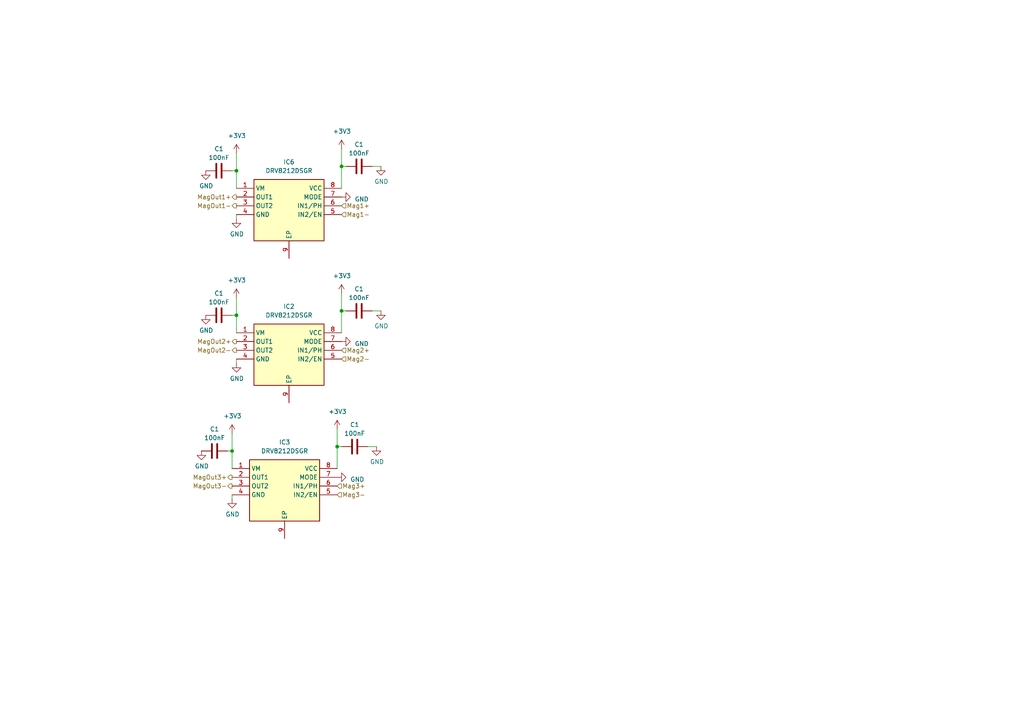
<source format=kicad_sch>
(kicad_sch (version 20230121) (generator eeschema)

  (uuid 62959177-0829-4415-a73e-f69481d7a17e)

  (paper "A4")

  (lib_symbols
    (symbol "DRV8212DSGR:DRV8212DSGR" (in_bom yes) (on_board yes)
      (property "Reference" "IC" (at 26.67 7.62 0)
        (effects (font (size 1.27 1.27)) (justify left top))
      )
      (property "Value" "DRV8212DSGR" (at 26.67 5.08 0)
        (effects (font (size 1.27 1.27)) (justify left top))
      )
      (property "Footprint" "SON50P200X200X80-9N" (at 26.67 -94.92 0)
        (effects (font (size 1.27 1.27)) (justify left top) hide)
      )
      (property "Datasheet" "https://www.ti.com/lit/ds/symlink/drv8212.pdf?ts=1649239749819&ref_url=https%253A%252F%252Fwww.google.com%252F" (at 26.67 -194.92 0)
        (effects (font (size 1.27 1.27)) (justify left top) hide)
      )
      (property "Height" "0.8" (at 26.67 -394.92 0)
        (effects (font (size 1.27 1.27)) (justify left top) hide)
      )
      (property "Mouser Part Number" "595-DRV8212DSGR" (at 26.67 -494.92 0)
        (effects (font (size 1.27 1.27)) (justify left top) hide)
      )
      (property "Mouser Price/Stock" "https://www.mouser.co.uk/ProductDetail/Texas-Instruments/DRV8212DSGR?qs=QNEnbhJQKvYBJvBIzhVqZw%3D%3D" (at 26.67 -594.92 0)
        (effects (font (size 1.27 1.27)) (justify left top) hide)
      )
      (property "Manufacturer_Name" "Texas Instruments" (at 26.67 -694.92 0)
        (effects (font (size 1.27 1.27)) (justify left top) hide)
      )
      (property "Manufacturer_Part_Number" "DRV8212DSGR" (at 26.67 -794.92 0)
        (effects (font (size 1.27 1.27)) (justify left top) hide)
      )
      (property "ki_description" "Motor/Motion/Ignition Controllers & Drivers 12-V, 2-A Low voltag e H-bridge motor dr" (at 0 0 0)
        (effects (font (size 1.27 1.27)) hide)
      )
      (symbol "DRV8212DSGR_1_1"
        (rectangle (start 5.08 2.54) (end 25.4 -15.24)
          (stroke (width 0.254) (type default))
          (fill (type background))
        )
        (pin passive line (at 0 0 0) (length 5.08)
          (name "VM" (effects (font (size 1.27 1.27))))
          (number "1" (effects (font (size 1.27 1.27))))
        )
        (pin passive line (at 0 -2.54 0) (length 5.08)
          (name "OUT1" (effects (font (size 1.27 1.27))))
          (number "2" (effects (font (size 1.27 1.27))))
        )
        (pin passive line (at 0 -5.08 0) (length 5.08)
          (name "OUT2" (effects (font (size 1.27 1.27))))
          (number "3" (effects (font (size 1.27 1.27))))
        )
        (pin passive line (at 0 -7.62 0) (length 5.08)
          (name "GND" (effects (font (size 1.27 1.27))))
          (number "4" (effects (font (size 1.27 1.27))))
        )
        (pin passive line (at 30.48 -7.62 180) (length 5.08)
          (name "IN2/EN" (effects (font (size 1.27 1.27))))
          (number "5" (effects (font (size 1.27 1.27))))
        )
        (pin passive line (at 30.48 -5.08 180) (length 5.08)
          (name "IN1/PH" (effects (font (size 1.27 1.27))))
          (number "6" (effects (font (size 1.27 1.27))))
        )
        (pin passive line (at 30.48 -2.54 180) (length 5.08)
          (name "MODE" (effects (font (size 1.27 1.27))))
          (number "7" (effects (font (size 1.27 1.27))))
        )
        (pin passive line (at 30.48 0 180) (length 5.08)
          (name "VCC" (effects (font (size 1.27 1.27))))
          (number "8" (effects (font (size 1.27 1.27))))
        )
        (pin passive line (at 15.24 -20.32 90) (length 5.08)
          (name "EP" (effects (font (size 1.27 1.27))))
          (number "9" (effects (font (size 1.27 1.27))))
        )
      )
    )
    (symbol "Device:C" (pin_numbers hide) (pin_names (offset 0.254)) (in_bom yes) (on_board yes)
      (property "Reference" "C" (at 0.635 2.54 0)
        (effects (font (size 1.27 1.27)) (justify left))
      )
      (property "Value" "C" (at 0.635 -2.54 0)
        (effects (font (size 1.27 1.27)) (justify left))
      )
      (property "Footprint" "" (at 0.9652 -3.81 0)
        (effects (font (size 1.27 1.27)) hide)
      )
      (property "Datasheet" "~" (at 0 0 0)
        (effects (font (size 1.27 1.27)) hide)
      )
      (property "ki_keywords" "cap capacitor" (at 0 0 0)
        (effects (font (size 1.27 1.27)) hide)
      )
      (property "ki_description" "Unpolarized capacitor" (at 0 0 0)
        (effects (font (size 1.27 1.27)) hide)
      )
      (property "ki_fp_filters" "C_*" (at 0 0 0)
        (effects (font (size 1.27 1.27)) hide)
      )
      (symbol "C_0_1"
        (polyline
          (pts
            (xy -2.032 -0.762)
            (xy 2.032 -0.762)
          )
          (stroke (width 0.508) (type default))
          (fill (type none))
        )
        (polyline
          (pts
            (xy -2.032 0.762)
            (xy 2.032 0.762)
          )
          (stroke (width 0.508) (type default))
          (fill (type none))
        )
      )
      (symbol "C_1_1"
        (pin passive line (at 0 3.81 270) (length 2.794)
          (name "~" (effects (font (size 1.27 1.27))))
          (number "1" (effects (font (size 1.27 1.27))))
        )
        (pin passive line (at 0 -3.81 90) (length 2.794)
          (name "~" (effects (font (size 1.27 1.27))))
          (number "2" (effects (font (size 1.27 1.27))))
        )
      )
    )
    (symbol "power:+3.3V" (power) (pin_names (offset 0)) (in_bom yes) (on_board yes)
      (property "Reference" "#PWR" (at 0 -3.81 0)
        (effects (font (size 1.27 1.27)) hide)
      )
      (property "Value" "+3.3V" (at 0 3.556 0)
        (effects (font (size 1.27 1.27)))
      )
      (property "Footprint" "" (at 0 0 0)
        (effects (font (size 1.27 1.27)) hide)
      )
      (property "Datasheet" "" (at 0 0 0)
        (effects (font (size 1.27 1.27)) hide)
      )
      (property "ki_keywords" "power-flag" (at 0 0 0)
        (effects (font (size 1.27 1.27)) hide)
      )
      (property "ki_description" "Power symbol creates a global label with name \"+3.3V\"" (at 0 0 0)
        (effects (font (size 1.27 1.27)) hide)
      )
      (symbol "+3.3V_0_1"
        (polyline
          (pts
            (xy -0.762 1.27)
            (xy 0 2.54)
          )
          (stroke (width 0) (type default))
          (fill (type none))
        )
        (polyline
          (pts
            (xy 0 0)
            (xy 0 2.54)
          )
          (stroke (width 0) (type default))
          (fill (type none))
        )
        (polyline
          (pts
            (xy 0 2.54)
            (xy 0.762 1.27)
          )
          (stroke (width 0) (type default))
          (fill (type none))
        )
      )
      (symbol "+3.3V_1_1"
        (pin power_in line (at 0 0 90) (length 0) hide
          (name "+3V3" (effects (font (size 1.27 1.27))))
          (number "1" (effects (font (size 1.27 1.27))))
        )
      )
    )
    (symbol "power:GND" (power) (pin_names (offset 0)) (in_bom yes) (on_board yes)
      (property "Reference" "#PWR" (at 0 -6.35 0)
        (effects (font (size 1.27 1.27)) hide)
      )
      (property "Value" "GND" (at 0 -3.81 0)
        (effects (font (size 1.27 1.27)))
      )
      (property "Footprint" "" (at 0 0 0)
        (effects (font (size 1.27 1.27)) hide)
      )
      (property "Datasheet" "" (at 0 0 0)
        (effects (font (size 1.27 1.27)) hide)
      )
      (property "ki_keywords" "power-flag" (at 0 0 0)
        (effects (font (size 1.27 1.27)) hide)
      )
      (property "ki_description" "Power symbol creates a global label with name \"GND\" , ground" (at 0 0 0)
        (effects (font (size 1.27 1.27)) hide)
      )
      (symbol "GND_0_1"
        (polyline
          (pts
            (xy 0 0)
            (xy 0 -1.27)
            (xy 1.27 -1.27)
            (xy 0 -2.54)
            (xy -1.27 -1.27)
            (xy 0 -1.27)
          )
          (stroke (width 0) (type default))
          (fill (type none))
        )
      )
      (symbol "GND_1_1"
        (pin power_in line (at 0 0 270) (length 0) hide
          (name "GND" (effects (font (size 1.27 1.27))))
          (number "1" (effects (font (size 1.27 1.27))))
        )
      )
    )
  )

  (junction (at 68.58 91.44) (diameter 0) (color 0 0 0 0)
    (uuid 28955874-da2d-410c-9897-8c035cbd8543)
  )
  (junction (at 67.31 130.81) (diameter 0) (color 0 0 0 0)
    (uuid 81835f98-ced0-4033-b297-bd1be85b017a)
  )
  (junction (at 68.58 49.53) (diameter 0) (color 0 0 0 0)
    (uuid c60f7549-344d-470e-a49c-7d53c4259f5d)
  )
  (junction (at 99.06 48.26) (diameter 0) (color 0 0 0 0)
    (uuid caf5f59b-e8e9-40c9-b28d-af6b1ce46907)
  )
  (junction (at 99.06 90.17) (diameter 0) (color 0 0 0 0)
    (uuid dd1f237e-2636-480f-93ee-c3bcef88d0c9)
  )
  (junction (at 97.79 129.54) (diameter 0) (color 0 0 0 0)
    (uuid f1300cbc-de12-4cdc-9742-d31d5aa7cccb)
  )

  (wire (pts (xy 99.06 90.17) (xy 100.33 90.17))
    (stroke (width 0) (type default))
    (uuid 05cb344c-6c22-47f2-bab8-d42cdf8c8da0)
  )
  (wire (pts (xy 97.79 129.54) (xy 99.06 129.54))
    (stroke (width 0) (type default))
    (uuid 143b46ef-3b83-4854-a58f-481b3f9d5055)
  )
  (wire (pts (xy 67.31 91.44) (xy 68.58 91.44))
    (stroke (width 0) (type default))
    (uuid 1d5f6076-d68d-4e42-9385-6c1740f62841)
  )
  (wire (pts (xy 67.31 49.53) (xy 68.58 49.53))
    (stroke (width 0) (type default))
    (uuid 1fff7988-1d1b-49af-bd0a-fbc275c42ab9)
  )
  (wire (pts (xy 67.31 125.73) (xy 67.31 130.81))
    (stroke (width 0) (type default))
    (uuid 206af80b-3362-460a-8ae7-424d6a18139c)
  )
  (wire (pts (xy 97.79 129.54) (xy 97.79 135.89))
    (stroke (width 0) (type default))
    (uuid 26bc4081-58c7-4562-92da-d730c0a7ed3e)
  )
  (wire (pts (xy 107.95 90.17) (xy 110.49 90.17))
    (stroke (width 0) (type default))
    (uuid 2c877ddc-db32-4d3a-bef0-e53a769e9d75)
  )
  (wire (pts (xy 107.95 48.26) (xy 110.49 48.26))
    (stroke (width 0) (type default))
    (uuid 2cc49f67-9d84-4955-96c9-4fe0065bce6b)
  )
  (wire (pts (xy 67.31 144.78) (xy 67.31 143.51))
    (stroke (width 0) (type default))
    (uuid 4002237f-f845-4367-aeef-8f93799e01c2)
  )
  (wire (pts (xy 106.68 129.54) (xy 109.22 129.54))
    (stroke (width 0) (type default))
    (uuid 5994afa4-ca3b-45de-b839-d462785231cf)
  )
  (wire (pts (xy 68.58 91.44) (xy 68.58 96.52))
    (stroke (width 0) (type default))
    (uuid 6b897b90-68f2-4fe3-aad2-a6be40c2c794)
  )
  (wire (pts (xy 68.58 49.53) (xy 68.58 54.61))
    (stroke (width 0) (type default))
    (uuid 7dc4a208-6e27-4a9d-b512-5933c1951f82)
  )
  (wire (pts (xy 68.58 63.5) (xy 68.58 62.23))
    (stroke (width 0) (type default))
    (uuid 7f3bbc4a-11a2-4883-99de-b15f645ddd1c)
  )
  (wire (pts (xy 66.04 130.81) (xy 67.31 130.81))
    (stroke (width 0) (type default))
    (uuid 8550e3aa-e446-4836-83de-c438520d8e52)
  )
  (wire (pts (xy 99.06 43.18) (xy 99.06 48.26))
    (stroke (width 0) (type default))
    (uuid 8c837270-46e0-4194-aff1-0e2ce33e4f65)
  )
  (wire (pts (xy 68.58 86.36) (xy 68.58 91.44))
    (stroke (width 0) (type default))
    (uuid 98c8e3f2-8f3b-468e-b812-0d43f2efd0aa)
  )
  (wire (pts (xy 67.31 130.81) (xy 67.31 135.89))
    (stroke (width 0) (type default))
    (uuid 9d26f77e-c722-45f1-bb03-907990b4a416)
  )
  (wire (pts (xy 68.58 44.45) (xy 68.58 49.53))
    (stroke (width 0) (type default))
    (uuid afc9bcde-d084-47d3-938d-ff5e987cfcea)
  )
  (wire (pts (xy 97.79 124.46) (xy 97.79 129.54))
    (stroke (width 0) (type default))
    (uuid b8af7931-a36a-4c8a-9c4c-15eee60f4748)
  )
  (wire (pts (xy 68.58 105.41) (xy 68.58 104.14))
    (stroke (width 0) (type default))
    (uuid d0291683-ee38-4260-aade-6220c5956bdb)
  )
  (wire (pts (xy 99.06 48.26) (xy 99.06 54.61))
    (stroke (width 0) (type default))
    (uuid d1b78dd1-b9d0-432c-9cf2-2207d28ca7b5)
  )
  (wire (pts (xy 99.06 90.17) (xy 99.06 96.52))
    (stroke (width 0) (type default))
    (uuid d2ef47ca-9e69-4b2e-8d64-3df50521da40)
  )
  (wire (pts (xy 99.06 85.09) (xy 99.06 90.17))
    (stroke (width 0) (type default))
    (uuid d3f8f837-bec4-4014-99f3-d72bee96ba90)
  )
  (wire (pts (xy 99.06 48.26) (xy 100.33 48.26))
    (stroke (width 0) (type default))
    (uuid fef02f99-c771-408c-84bb-e7acf63017f5)
  )

  (hierarchical_label "MagOut1+" (shape output) (at 68.58 57.15 180) (fields_autoplaced)
    (effects (font (size 1.27 1.27)) (justify right))
    (uuid 02465a58-c67c-49a7-bea7-2facc31e945e)
  )
  (hierarchical_label "Mag3-" (shape input) (at 97.79 143.51 0) (fields_autoplaced)
    (effects (font (size 1.27 1.27)) (justify left))
    (uuid 3afb7876-89b8-4940-8888-5a436f7dae14)
  )
  (hierarchical_label "Mag1+" (shape input) (at 99.06 59.69 0) (fields_autoplaced)
    (effects (font (size 1.27 1.27)) (justify left))
    (uuid 5e210ab4-5b9e-4e48-a486-e150921d20f6)
  )
  (hierarchical_label "MagOut2+" (shape output) (at 68.58 99.06 180) (fields_autoplaced)
    (effects (font (size 1.27 1.27)) (justify right))
    (uuid 78ad9cdd-4ed0-4ff3-b637-4350933ae49a)
  )
  (hierarchical_label "Mag1-" (shape input) (at 99.06 62.23 0) (fields_autoplaced)
    (effects (font (size 1.27 1.27)) (justify left))
    (uuid 8c305d16-6e31-4ff0-a37b-6f4a99363720)
  )
  (hierarchical_label "MagOut3-" (shape output) (at 67.31 140.97 180) (fields_autoplaced)
    (effects (font (size 1.27 1.27)) (justify right))
    (uuid 9bf7f864-0b29-40ce-adbe-7af8c6b7c3cd)
  )
  (hierarchical_label "MagOut2-" (shape output) (at 68.58 101.6 180) (fields_autoplaced)
    (effects (font (size 1.27 1.27)) (justify right))
    (uuid a0b8c9c3-799d-4409-978e-0f90c4937669)
  )
  (hierarchical_label "Mag3+" (shape input) (at 97.79 140.97 0) (fields_autoplaced)
    (effects (font (size 1.27 1.27)) (justify left))
    (uuid bdbc55ee-fcbf-4c43-92e7-58b903271f19)
  )
  (hierarchical_label "MagOut3+" (shape output) (at 67.31 138.43 180) (fields_autoplaced)
    (effects (font (size 1.27 1.27)) (justify right))
    (uuid d71924ca-34db-4f9e-9b3d-3b89b5d6f6e8)
  )
  (hierarchical_label "Mag2+" (shape input) (at 99.06 101.6 0) (fields_autoplaced)
    (effects (font (size 1.27 1.27)) (justify left))
    (uuid d9714d3b-ead2-4f11-815d-c814737df774)
  )
  (hierarchical_label "MagOut1-" (shape output) (at 68.58 59.69 180) (fields_autoplaced)
    (effects (font (size 1.27 1.27)) (justify right))
    (uuid d9c2a486-a732-41fe-92d8-f06c90921a5a)
  )
  (hierarchical_label "Mag2-" (shape input) (at 99.06 104.14 0) (fields_autoplaced)
    (effects (font (size 1.27 1.27)) (justify left))
    (uuid e17ef6e9-96ae-4de9-bc26-bcf6220d0789)
  )

  (symbol (lib_id "power:+3.3V") (at 68.58 86.36 0) (unit 1)
    (in_bom yes) (on_board yes) (dnp no)
    (uuid 073f916c-a9e9-4573-b411-fc252000f981)
    (property "Reference" "#PWR023" (at 68.58 90.17 0)
      (effects (font (size 1.27 1.27)) hide)
    )
    (property "Value" "+3.3V" (at 66.04 81.28 0)
      (effects (font (size 1.27 1.27)) (justify left))
    )
    (property "Footprint" "" (at 68.58 86.36 0)
      (effects (font (size 1.27 1.27)) hide)
    )
    (property "Datasheet" "" (at 68.58 86.36 0)
      (effects (font (size 1.27 1.27)) hide)
    )
    (pin "1" (uuid 273db021-2ceb-41f5-8a66-235ed3890e21))
    (instances
      (project "NEW_PCB_ADCS"
        (path "/42c40d7d-71af-4ce9-bac9-d638f259c957"
          (reference "#PWR023") (unit 1)
        )
        (path "/42c40d7d-71af-4ce9-bac9-d638f259c957/2b7bfac4-b78d-4444-8160-12b42cf2429b"
          (reference "#PWR016") (unit 1)
        )
      )
      (project "pq9ish-main-hw"
        (path "/619b49ed-1bcd-4c84-8c0f-98372f01728f"
          (reference "#PWR023") (unit 1)
        )
      )
    )
  )

  (symbol (lib_id "Device:C") (at 102.87 129.54 90) (unit 1)
    (in_bom yes) (on_board yes) (dnp no) (fields_autoplaced)
    (uuid 10ffa2cf-6c56-4aec-babe-d72178974055)
    (property "Reference" "C1" (at 102.87 123.19 90)
      (effects (font (size 1.27 1.27)))
    )
    (property "Value" "100nF" (at 102.87 125.73 90)
      (effects (font (size 1.27 1.27)))
    )
    (property "Footprint" "Capacitor_SMD:C_0603_1608Metric" (at 106.68 128.5748 0)
      (effects (font (size 1.27 1.27)) hide)
    )
    (property "Datasheet" "~" (at 102.87 129.54 0)
      (effects (font (size 1.27 1.27)) hide)
    )
    (property "Part Number" "C0603C104K9RACTU" (at 102.87 129.54 0)
      (effects (font (size 1.27 1.27)) hide)
    )
    (pin "1" (uuid 38b0cd49-557b-445e-a2c8-3cbab53fab56))
    (pin "2" (uuid b55c3bca-cb16-4b52-b5ed-6c69d23875fb))
    (instances
      (project "NEW_PCB_ADCS"
        (path "/42c40d7d-71af-4ce9-bac9-d638f259c957/00000000-0000-0000-0000-00005a285dd1"
          (reference "C1") (unit 1)
        )
        (path "/42c40d7d-71af-4ce9-bac9-d638f259c957/2b7bfac4-b78d-4444-8160-12b42cf2429b"
          (reference "C17") (unit 1)
        )
      )
      (project "pq9ish-main-hw2"
        (path "/619b49ed-1bcd-4c84-8c0f-98372f01728f/00000000-0000-0000-0000-00005a285dd1"
          (reference "C42") (unit 1)
        )
      )
    )
  )

  (symbol (lib_id "power:GND") (at 58.42 130.81 0) (unit 1)
    (in_bom yes) (on_board yes) (dnp no)
    (uuid 29edfb0d-7eaf-4d09-84cc-27d668cb456b)
    (property "Reference" "#PWR061" (at 58.42 137.16 0)
      (effects (font (size 1.27 1.27)) hide)
    )
    (property "Value" "GND" (at 58.547 135.2042 0)
      (effects (font (size 1.27 1.27)))
    )
    (property "Footprint" "" (at 58.42 130.81 0)
      (effects (font (size 1.27 1.27)) hide)
    )
    (property "Datasheet" "" (at 58.42 130.81 0)
      (effects (font (size 1.27 1.27)) hide)
    )
    (pin "1" (uuid f0107730-3841-4744-91d8-1efeea65945d))
    (instances
      (project "NEW_PCB_ADCS"
        (path "/42c40d7d-71af-4ce9-bac9-d638f259c957"
          (reference "#PWR061") (unit 1)
        )
        (path "/42c40d7d-71af-4ce9-bac9-d638f259c957/2b7bfac4-b78d-4444-8160-12b42cf2429b"
          (reference "#PWR022") (unit 1)
        )
      )
      (project "pq9ish-main-hw"
        (path "/619b49ed-1bcd-4c84-8c0f-98372f01728f"
          (reference "#PWR061") (unit 1)
        )
      )
    )
  )

  (symbol (lib_id "DRV8212DSGR:DRV8212DSGR") (at 68.58 96.52 0) (unit 1)
    (in_bom yes) (on_board yes) (dnp no) (fields_autoplaced)
    (uuid 348ab585-e633-4d8d-94b4-1a34d747ea37)
    (property "Reference" "IC2" (at 83.82 88.9 0)
      (effects (font (size 1.27 1.27)))
    )
    (property "Value" "DRV8212DSGR" (at 83.82 91.44 0)
      (effects (font (size 1.27 1.27)))
    )
    (property "Footprint" "SON50P200X200X80-9N" (at 95.25 191.44 0)
      (effects (font (size 1.27 1.27)) (justify left top) hide)
    )
    (property "Datasheet" "https://www.ti.com/lit/ds/symlink/drv8212.pdf?ts=1649239749819&ref_url=https%253A%252F%252Fwww.google.com%252F" (at 95.25 291.44 0)
      (effects (font (size 1.27 1.27)) (justify left top) hide)
    )
    (property "Height" "0.8" (at 95.25 491.44 0)
      (effects (font (size 1.27 1.27)) (justify left top) hide)
    )
    (property "Mouser Part Number" "595-DRV8212DSGR" (at 95.25 591.44 0)
      (effects (font (size 1.27 1.27)) (justify left top) hide)
    )
    (property "Mouser Price/Stock" "https://www.mouser.co.uk/ProductDetail/Texas-Instruments/DRV8212DSGR?qs=QNEnbhJQKvYBJvBIzhVqZw%3D%3D" (at 95.25 691.44 0)
      (effects (font (size 1.27 1.27)) (justify left top) hide)
    )
    (property "Manufacturer_Name" "Texas Instruments" (at 95.25 791.44 0)
      (effects (font (size 1.27 1.27)) (justify left top) hide)
    )
    (property "Manufacturer_Part_Number" "DRV8212DSGR" (at 95.25 891.44 0)
      (effects (font (size 1.27 1.27)) (justify left top) hide)
    )
    (pin "1" (uuid 029d8be8-0d68-40fe-9382-5fca14bf59d5))
    (pin "2" (uuid 882be16e-a3da-4479-bcc4-ce875721bff8))
    (pin "3" (uuid c02a0770-2ba7-4175-aba3-016730007c36))
    (pin "4" (uuid aa570439-16d3-46f1-8790-faf08f700c38))
    (pin "5" (uuid f327a189-b6c4-493a-b5bd-d0fa42475c68))
    (pin "6" (uuid 96e168c6-5d4b-4bcc-98cc-d6889d6700bb))
    (pin "7" (uuid eaaa618a-cded-41e4-ba49-f981fd178347))
    (pin "8" (uuid cf90da4c-c2a9-4874-bde9-38297f646162))
    (pin "9" (uuid a33d0bfa-88f4-4be4-8a2c-7e3a834b10ba))
    (instances
      (project "NEW_PCB_ADCS"
        (path "/42c40d7d-71af-4ce9-bac9-d638f259c957/2b7bfac4-b78d-4444-8160-12b42cf2429b"
          (reference "IC2") (unit 1)
        )
      )
      (project "pq9ish-main-hw"
        (path "/619b49ed-1bcd-4c84-8c0f-98372f01728f"
          (reference "IC6") (unit 1)
        )
        (path "/619b49ed-1bcd-4c84-8c0f-98372f01728f/2b7bfac4-b78d-4444-8160-12b42cf2429b"
          (reference "IC6") (unit 1)
        )
      )
    )
  )

  (symbol (lib_id "power:GND") (at 109.22 129.54 0) (unit 1)
    (in_bom yes) (on_board yes) (dnp no)
    (uuid 35818c79-78cf-4432-a1e9-87bd9f41d94b)
    (property "Reference" "#PWR061" (at 109.22 135.89 0)
      (effects (font (size 1.27 1.27)) hide)
    )
    (property "Value" "GND" (at 109.347 133.9342 0)
      (effects (font (size 1.27 1.27)))
    )
    (property "Footprint" "" (at 109.22 129.54 0)
      (effects (font (size 1.27 1.27)) hide)
    )
    (property "Datasheet" "" (at 109.22 129.54 0)
      (effects (font (size 1.27 1.27)) hide)
    )
    (pin "1" (uuid 584fd29e-b560-499c-b43b-b81138274539))
    (instances
      (project "NEW_PCB_ADCS"
        (path "/42c40d7d-71af-4ce9-bac9-d638f259c957"
          (reference "#PWR061") (unit 1)
        )
        (path "/42c40d7d-71af-4ce9-bac9-d638f259c957/2b7bfac4-b78d-4444-8160-12b42cf2429b"
          (reference "#PWR052") (unit 1)
        )
      )
      (project "pq9ish-main-hw"
        (path "/619b49ed-1bcd-4c84-8c0f-98372f01728f"
          (reference "#PWR061") (unit 1)
        )
      )
    )
  )

  (symbol (lib_id "power:GND") (at 97.79 138.43 90) (unit 1)
    (in_bom yes) (on_board yes) (dnp no) (fields_autoplaced)
    (uuid 4e2a526a-ca73-4c92-a44a-a99ef1016a72)
    (property "Reference" "#PWR061" (at 104.14 138.43 0)
      (effects (font (size 1.27 1.27)) hide)
    )
    (property "Value" "GND" (at 101.6 139.065 90)
      (effects (font (size 1.27 1.27)) (justify right))
    )
    (property "Footprint" "" (at 97.79 138.43 0)
      (effects (font (size 1.27 1.27)) hide)
    )
    (property "Datasheet" "" (at 97.79 138.43 0)
      (effects (font (size 1.27 1.27)) hide)
    )
    (pin "1" (uuid 9324a97e-0c10-4f56-898b-d8f56119de18))
    (instances
      (project "NEW_PCB_ADCS"
        (path "/42c40d7d-71af-4ce9-bac9-d638f259c957"
          (reference "#PWR061") (unit 1)
        )
        (path "/42c40d7d-71af-4ce9-bac9-d638f259c957/2b7bfac4-b78d-4444-8160-12b42cf2429b"
          (reference "#PWR026") (unit 1)
        )
      )
      (project "pq9ish-main-hw"
        (path "/619b49ed-1bcd-4c84-8c0f-98372f01728f"
          (reference "#PWR061") (unit 1)
        )
      )
    )
  )

  (symbol (lib_id "power:GND") (at 67.31 144.78 0) (unit 1)
    (in_bom yes) (on_board yes) (dnp no)
    (uuid 602583e2-e2c6-4795-aec9-0464869fc448)
    (property "Reference" "#PWR024" (at 67.31 151.13 0)
      (effects (font (size 1.27 1.27)) hide)
    )
    (property "Value" "GND" (at 67.437 149.1742 0)
      (effects (font (size 1.27 1.27)))
    )
    (property "Footprint" "" (at 67.31 144.78 0)
      (effects (font (size 1.27 1.27)) hide)
    )
    (property "Datasheet" "" (at 67.31 144.78 0)
      (effects (font (size 1.27 1.27)) hide)
    )
    (pin "1" (uuid 368910c3-b456-4f6e-b928-268e94f577e1))
    (instances
      (project "NEW_PCB_ADCS"
        (path "/42c40d7d-71af-4ce9-bac9-d638f259c957/2b7bfac4-b78d-4444-8160-12b42cf2429b"
          (reference "#PWR024") (unit 1)
        )
      )
      (project "pq9ish-main-hw"
        (path "/619b49ed-1bcd-4c84-8c0f-98372f01728f/00000000-0000-0000-0000-00005a285dd1"
          (reference "#PWR0106") (unit 1)
        )
        (path "/619b49ed-1bcd-4c84-8c0f-98372f01728f/2b7bfac4-b78d-4444-8160-12b42cf2429b"
          (reference "#PWR03") (unit 1)
        )
      )
    )
  )

  (symbol (lib_id "power:GND") (at 68.58 63.5 0) (unit 1)
    (in_bom yes) (on_board yes) (dnp no)
    (uuid 61a51863-265d-4c01-84f1-69c888747fa7)
    (property "Reference" "#PWR0106" (at 68.58 69.85 0)
      (effects (font (size 1.27 1.27)) hide)
    )
    (property "Value" "GND" (at 68.707 67.8942 0)
      (effects (font (size 1.27 1.27)))
    )
    (property "Footprint" "" (at 68.58 63.5 0)
      (effects (font (size 1.27 1.27)) hide)
    )
    (property "Datasheet" "" (at 68.58 63.5 0)
      (effects (font (size 1.27 1.27)) hide)
    )
    (pin "1" (uuid 3be3f8a4-b398-41f3-9a37-14628b3e6f77))
    (instances
      (project "NEW_PCB_ADCS"
        (path "/42c40d7d-71af-4ce9-bac9-d638f259c957/2b7bfac4-b78d-4444-8160-12b42cf2429b"
          (reference "#PWR0106") (unit 1)
        )
      )
      (project "pq9ish-main-hw"
        (path "/619b49ed-1bcd-4c84-8c0f-98372f01728f/00000000-0000-0000-0000-00005a285dd1"
          (reference "#PWR0106") (unit 1)
        )
        (path "/619b49ed-1bcd-4c84-8c0f-98372f01728f/2b7bfac4-b78d-4444-8160-12b42cf2429b"
          (reference "#PWR03") (unit 1)
        )
      )
    )
  )

  (symbol (lib_id "power:+3.3V") (at 67.31 125.73 0) (unit 1)
    (in_bom yes) (on_board yes) (dnp no)
    (uuid 6896d987-0b0f-4487-92c7-08dc169cc844)
    (property "Reference" "#PWR023" (at 67.31 129.54 0)
      (effects (font (size 1.27 1.27)) hide)
    )
    (property "Value" "+3.3V" (at 64.77 120.65 0)
      (effects (font (size 1.27 1.27)) (justify left))
    )
    (property "Footprint" "" (at 67.31 125.73 0)
      (effects (font (size 1.27 1.27)) hide)
    )
    (property "Datasheet" "" (at 67.31 125.73 0)
      (effects (font (size 1.27 1.27)) hide)
    )
    (pin "1" (uuid 223900b1-1af3-420a-bc2a-6abc00098f80))
    (instances
      (project "NEW_PCB_ADCS"
        (path "/42c40d7d-71af-4ce9-bac9-d638f259c957"
          (reference "#PWR023") (unit 1)
        )
        (path "/42c40d7d-71af-4ce9-bac9-d638f259c957/2b7bfac4-b78d-4444-8160-12b42cf2429b"
          (reference "#PWR023") (unit 1)
        )
      )
      (project "pq9ish-main-hw"
        (path "/619b49ed-1bcd-4c84-8c0f-98372f01728f"
          (reference "#PWR023") (unit 1)
        )
      )
    )
  )

  (symbol (lib_id "power:+3.3V") (at 97.79 124.46 0) (unit 1)
    (in_bom yes) (on_board yes) (dnp no)
    (uuid 7f1eb7ab-a83f-4bf5-80ee-8b9dc5ab4942)
    (property "Reference" "#PWR023" (at 97.79 128.27 0)
      (effects (font (size 1.27 1.27)) hide)
    )
    (property "Value" "VCCQ" (at 95.25 119.38 0)
      (effects (font (size 1.27 1.27)) (justify left))
    )
    (property "Footprint" "" (at 97.79 124.46 0)
      (effects (font (size 1.27 1.27)) hide)
    )
    (property "Datasheet" "" (at 97.79 124.46 0)
      (effects (font (size 1.27 1.27)) hide)
    )
    (pin "1" (uuid 8bde5733-06f9-4310-85e7-1f06e3f5515e))
    (instances
      (project "NEW_PCB_ADCS"
        (path "/42c40d7d-71af-4ce9-bac9-d638f259c957"
          (reference "#PWR023") (unit 1)
        )
        (path "/42c40d7d-71af-4ce9-bac9-d638f259c957/2b7bfac4-b78d-4444-8160-12b42cf2429b"
          (reference "#PWR025") (unit 1)
        )
      )
      (project "pq9ish-main-hw"
        (path "/619b49ed-1bcd-4c84-8c0f-98372f01728f"
          (reference "#PWR023") (unit 1)
        )
      )
    )
  )

  (symbol (lib_id "Device:C") (at 104.14 48.26 90) (unit 1)
    (in_bom yes) (on_board yes) (dnp no) (fields_autoplaced)
    (uuid 7f3139de-facb-43e4-9848-8d89e76414ff)
    (property "Reference" "C1" (at 104.14 41.91 90)
      (effects (font (size 1.27 1.27)))
    )
    (property "Value" "100nF" (at 104.14 44.45 90)
      (effects (font (size 1.27 1.27)))
    )
    (property "Footprint" "Capacitor_SMD:C_0603_1608Metric" (at 107.95 47.2948 0)
      (effects (font (size 1.27 1.27)) hide)
    )
    (property "Datasheet" "~" (at 104.14 48.26 0)
      (effects (font (size 1.27 1.27)) hide)
    )
    (property "Part Number" "C0603C104K9RACTU" (at 104.14 48.26 0)
      (effects (font (size 1.27 1.27)) hide)
    )
    (pin "1" (uuid 1ae4d797-2428-4b94-84a0-07feba239c1b))
    (pin "2" (uuid df6ac22e-dec4-4d6e-98f4-19e22ecb0319))
    (instances
      (project "NEW_PCB_ADCS"
        (path "/42c40d7d-71af-4ce9-bac9-d638f259c957/00000000-0000-0000-0000-00005a285dd1"
          (reference "C1") (unit 1)
        )
        (path "/42c40d7d-71af-4ce9-bac9-d638f259c957/2b7bfac4-b78d-4444-8160-12b42cf2429b"
          (reference "C10") (unit 1)
        )
      )
      (project "pq9ish-main-hw2"
        (path "/619b49ed-1bcd-4c84-8c0f-98372f01728f/00000000-0000-0000-0000-00005a285dd1"
          (reference "C42") (unit 1)
        )
      )
    )
  )

  (symbol (lib_id "power:GND") (at 59.69 49.53 0) (unit 1)
    (in_bom yes) (on_board yes) (dnp no)
    (uuid 81c1268d-126a-4cd0-8132-228b632a7973)
    (property "Reference" "#PWR061" (at 59.69 55.88 0)
      (effects (font (size 1.27 1.27)) hide)
    )
    (property "Value" "GND" (at 59.817 53.9242 0)
      (effects (font (size 1.27 1.27)))
    )
    (property "Footprint" "" (at 59.69 49.53 0)
      (effects (font (size 1.27 1.27)) hide)
    )
    (property "Datasheet" "" (at 59.69 49.53 0)
      (effects (font (size 1.27 1.27)) hide)
    )
    (pin "1" (uuid ff2b399b-eb00-4f7a-bf0d-7f20eb796c06))
    (instances
      (project "NEW_PCB_ADCS"
        (path "/42c40d7d-71af-4ce9-bac9-d638f259c957"
          (reference "#PWR061") (unit 1)
        )
        (path "/42c40d7d-71af-4ce9-bac9-d638f259c957/2b7bfac4-b78d-4444-8160-12b42cf2429b"
          (reference "#PWR06") (unit 1)
        )
      )
      (project "pq9ish-main-hw"
        (path "/619b49ed-1bcd-4c84-8c0f-98372f01728f"
          (reference "#PWR061") (unit 1)
        )
      )
    )
  )

  (symbol (lib_id "DRV8212DSGR:DRV8212DSGR") (at 67.31 135.89 0) (unit 1)
    (in_bom yes) (on_board yes) (dnp no) (fields_autoplaced)
    (uuid 840eb445-8bf8-4608-ad99-cebec229f2ea)
    (property "Reference" "IC3" (at 82.55 128.27 0)
      (effects (font (size 1.27 1.27)))
    )
    (property "Value" "DRV8212DSGR" (at 82.55 130.81 0)
      (effects (font (size 1.27 1.27)))
    )
    (property "Footprint" "SON50P200X200X80-9N" (at 93.98 230.81 0)
      (effects (font (size 1.27 1.27)) (justify left top) hide)
    )
    (property "Datasheet" "https://www.ti.com/lit/ds/symlink/drv8212.pdf?ts=1649239749819&ref_url=https%253A%252F%252Fwww.google.com%252F" (at 93.98 330.81 0)
      (effects (font (size 1.27 1.27)) (justify left top) hide)
    )
    (property "Height" "0.8" (at 93.98 530.81 0)
      (effects (font (size 1.27 1.27)) (justify left top) hide)
    )
    (property "Mouser Part Number" "595-DRV8212DSGR" (at 93.98 630.81 0)
      (effects (font (size 1.27 1.27)) (justify left top) hide)
    )
    (property "Mouser Price/Stock" "https://www.mouser.co.uk/ProductDetail/Texas-Instruments/DRV8212DSGR?qs=QNEnbhJQKvYBJvBIzhVqZw%3D%3D" (at 93.98 730.81 0)
      (effects (font (size 1.27 1.27)) (justify left top) hide)
    )
    (property "Manufacturer_Name" "Texas Instruments" (at 93.98 830.81 0)
      (effects (font (size 1.27 1.27)) (justify left top) hide)
    )
    (property "Manufacturer_Part_Number" "DRV8212DSGR" (at 93.98 930.81 0)
      (effects (font (size 1.27 1.27)) (justify left top) hide)
    )
    (pin "1" (uuid 69536709-237e-44f9-a6ea-eb1b55c8b5a6))
    (pin "2" (uuid 2da89cf7-bdc0-45ac-ad38-54d68ccb3856))
    (pin "3" (uuid 917e109b-14b6-41c8-ba40-b0d2db062934))
    (pin "4" (uuid 6a5a51c3-f17e-410b-87d2-02062f65b46c))
    (pin "5" (uuid f6d71ea9-47a0-4954-bffb-df477020e9a5))
    (pin "6" (uuid 19c1cfb4-5414-456f-a31c-8ab139b3d454))
    (pin "7" (uuid 1f428822-4751-4bdb-99d7-ec579ebcf012))
    (pin "8" (uuid c5179614-da8e-4cdc-97af-3caf83265bbe))
    (pin "9" (uuid 85b1a4d0-6443-4dce-849b-9ac26b6227da))
    (instances
      (project "NEW_PCB_ADCS"
        (path "/42c40d7d-71af-4ce9-bac9-d638f259c957/2b7bfac4-b78d-4444-8160-12b42cf2429b"
          (reference "IC3") (unit 1)
        )
      )
      (project "pq9ish-main-hw"
        (path "/619b49ed-1bcd-4c84-8c0f-98372f01728f"
          (reference "IC6") (unit 1)
        )
        (path "/619b49ed-1bcd-4c84-8c0f-98372f01728f/2b7bfac4-b78d-4444-8160-12b42cf2429b"
          (reference "IC6") (unit 1)
        )
      )
    )
  )

  (symbol (lib_id "power:GND") (at 99.06 57.15 90) (unit 1)
    (in_bom yes) (on_board yes) (dnp no) (fields_autoplaced)
    (uuid 84c45b7f-a55f-4002-9401-0e75fbde5c9c)
    (property "Reference" "#PWR061" (at 105.41 57.15 0)
      (effects (font (size 1.27 1.27)) hide)
    )
    (property "Value" "GND" (at 102.87 57.785 90)
      (effects (font (size 1.27 1.27)) (justify right))
    )
    (property "Footprint" "" (at 99.06 57.15 0)
      (effects (font (size 1.27 1.27)) hide)
    )
    (property "Datasheet" "" (at 99.06 57.15 0)
      (effects (font (size 1.27 1.27)) hide)
    )
    (pin "1" (uuid e71d9b18-5f13-4278-adce-8d6270b7b31d))
    (instances
      (project "NEW_PCB_ADCS"
        (path "/42c40d7d-71af-4ce9-bac9-d638f259c957"
          (reference "#PWR061") (unit 1)
        )
        (path "/42c40d7d-71af-4ce9-bac9-d638f259c957/2b7bfac4-b78d-4444-8160-12b42cf2429b"
          (reference "#PWR07") (unit 1)
        )
      )
      (project "pq9ish-main-hw"
        (path "/619b49ed-1bcd-4c84-8c0f-98372f01728f"
          (reference "#PWR061") (unit 1)
        )
      )
    )
  )

  (symbol (lib_id "power:GND") (at 68.58 105.41 0) (unit 1)
    (in_bom yes) (on_board yes) (dnp no)
    (uuid 86190ed3-9ff8-47eb-b02a-0c39b4afc5f6)
    (property "Reference" "#PWR017" (at 68.58 111.76 0)
      (effects (font (size 1.27 1.27)) hide)
    )
    (property "Value" "GND" (at 68.707 109.8042 0)
      (effects (font (size 1.27 1.27)))
    )
    (property "Footprint" "" (at 68.58 105.41 0)
      (effects (font (size 1.27 1.27)) hide)
    )
    (property "Datasheet" "" (at 68.58 105.41 0)
      (effects (font (size 1.27 1.27)) hide)
    )
    (pin "1" (uuid 26d14faa-b347-40eb-8997-04b46a8b1e7f))
    (instances
      (project "NEW_PCB_ADCS"
        (path "/42c40d7d-71af-4ce9-bac9-d638f259c957/2b7bfac4-b78d-4444-8160-12b42cf2429b"
          (reference "#PWR017") (unit 1)
        )
      )
      (project "pq9ish-main-hw"
        (path "/619b49ed-1bcd-4c84-8c0f-98372f01728f/00000000-0000-0000-0000-00005a285dd1"
          (reference "#PWR0106") (unit 1)
        )
        (path "/619b49ed-1bcd-4c84-8c0f-98372f01728f/2b7bfac4-b78d-4444-8160-12b42cf2429b"
          (reference "#PWR03") (unit 1)
        )
      )
    )
  )

  (symbol (lib_id "power:GND") (at 99.06 99.06 90) (unit 1)
    (in_bom yes) (on_board yes) (dnp no) (fields_autoplaced)
    (uuid b93f3678-a0b3-4cc0-b2f9-b5e9524d9d24)
    (property "Reference" "#PWR061" (at 105.41 99.06 0)
      (effects (font (size 1.27 1.27)) hide)
    )
    (property "Value" "GND" (at 102.87 99.695 90)
      (effects (font (size 1.27 1.27)) (justify right))
    )
    (property "Footprint" "" (at 99.06 99.06 0)
      (effects (font (size 1.27 1.27)) hide)
    )
    (property "Datasheet" "" (at 99.06 99.06 0)
      (effects (font (size 1.27 1.27)) hide)
    )
    (pin "1" (uuid 001e419b-e3a7-4f9b-9ff0-592fb19690ff))
    (instances
      (project "NEW_PCB_ADCS"
        (path "/42c40d7d-71af-4ce9-bac9-d638f259c957"
          (reference "#PWR061") (unit 1)
        )
        (path "/42c40d7d-71af-4ce9-bac9-d638f259c957/2b7bfac4-b78d-4444-8160-12b42cf2429b"
          (reference "#PWR019") (unit 1)
        )
      )
      (project "pq9ish-main-hw"
        (path "/619b49ed-1bcd-4c84-8c0f-98372f01728f"
          (reference "#PWR061") (unit 1)
        )
      )
    )
  )

  (symbol (lib_id "Device:C") (at 63.5 91.44 90) (unit 1)
    (in_bom yes) (on_board yes) (dnp no) (fields_autoplaced)
    (uuid c3df5b25-3450-4382-8163-fe3ac977cf04)
    (property "Reference" "C1" (at 63.5 85.09 90)
      (effects (font (size 1.27 1.27)))
    )
    (property "Value" "100nF" (at 63.5 87.63 90)
      (effects (font (size 1.27 1.27)))
    )
    (property "Footprint" "Capacitor_SMD:C_0603_1608Metric" (at 67.31 90.4748 0)
      (effects (font (size 1.27 1.27)) hide)
    )
    (property "Datasheet" "~" (at 63.5 91.44 0)
      (effects (font (size 1.27 1.27)) hide)
    )
    (property "Part Number" "C0603C104K9RACTU" (at 63.5 91.44 0)
      (effects (font (size 1.27 1.27)) hide)
    )
    (pin "1" (uuid fba0cacb-078b-46f7-8985-ecd614a95694))
    (pin "2" (uuid 0ed7c12a-102f-405b-94e3-d1d6d91414dc))
    (instances
      (project "NEW_PCB_ADCS"
        (path "/42c40d7d-71af-4ce9-bac9-d638f259c957/00000000-0000-0000-0000-00005a285dd1"
          (reference "C1") (unit 1)
        )
        (path "/42c40d7d-71af-4ce9-bac9-d638f259c957/2b7bfac4-b78d-4444-8160-12b42cf2429b"
          (reference "C11") (unit 1)
        )
      )
      (project "pq9ish-main-hw2"
        (path "/619b49ed-1bcd-4c84-8c0f-98372f01728f/00000000-0000-0000-0000-00005a285dd1"
          (reference "C42") (unit 1)
        )
      )
    )
  )

  (symbol (lib_id "power:GND") (at 59.69 91.44 0) (unit 1)
    (in_bom yes) (on_board yes) (dnp no)
    (uuid c6fb33bc-9ab3-43f6-aa28-a390971dfcbb)
    (property "Reference" "#PWR061" (at 59.69 97.79 0)
      (effects (font (size 1.27 1.27)) hide)
    )
    (property "Value" "GND" (at 59.817 95.8342 0)
      (effects (font (size 1.27 1.27)))
    )
    (property "Footprint" "" (at 59.69 91.44 0)
      (effects (font (size 1.27 1.27)) hide)
    )
    (property "Datasheet" "" (at 59.69 91.44 0)
      (effects (font (size 1.27 1.27)) hide)
    )
    (pin "1" (uuid 2ae196ab-81b8-48f3-84d5-d7d8753f4c4f))
    (instances
      (project "NEW_PCB_ADCS"
        (path "/42c40d7d-71af-4ce9-bac9-d638f259c957"
          (reference "#PWR061") (unit 1)
        )
        (path "/42c40d7d-71af-4ce9-bac9-d638f259c957/2b7bfac4-b78d-4444-8160-12b42cf2429b"
          (reference "#PWR08") (unit 1)
        )
      )
      (project "pq9ish-main-hw"
        (path "/619b49ed-1bcd-4c84-8c0f-98372f01728f"
          (reference "#PWR061") (unit 1)
        )
      )
    )
  )

  (symbol (lib_id "Device:C") (at 63.5 49.53 90) (unit 1)
    (in_bom yes) (on_board yes) (dnp no) (fields_autoplaced)
    (uuid dd96f4b8-471d-4fcb-a8e6-5d1f7cc11578)
    (property "Reference" "C1" (at 63.5 43.18 90)
      (effects (font (size 1.27 1.27)))
    )
    (property "Value" "100nF" (at 63.5 45.72 90)
      (effects (font (size 1.27 1.27)))
    )
    (property "Footprint" "Capacitor_SMD:C_0603_1608Metric" (at 67.31 48.5648 0)
      (effects (font (size 1.27 1.27)) hide)
    )
    (property "Datasheet" "~" (at 63.5 49.53 0)
      (effects (font (size 1.27 1.27)) hide)
    )
    (property "Part Number" "C0603C104K9RACTU" (at 63.5 49.53 0)
      (effects (font (size 1.27 1.27)) hide)
    )
    (pin "1" (uuid 05dec759-27e0-49cb-af41-419c4c3d8623))
    (pin "2" (uuid ee5867e7-6450-46fd-8181-0f7ae3829804))
    (instances
      (project "NEW_PCB_ADCS"
        (path "/42c40d7d-71af-4ce9-bac9-d638f259c957/00000000-0000-0000-0000-00005a285dd1"
          (reference "C1") (unit 1)
        )
        (path "/42c40d7d-71af-4ce9-bac9-d638f259c957/2b7bfac4-b78d-4444-8160-12b42cf2429b"
          (reference "C3") (unit 1)
        )
      )
      (project "pq9ish-main-hw2"
        (path "/619b49ed-1bcd-4c84-8c0f-98372f01728f/00000000-0000-0000-0000-00005a285dd1"
          (reference "C42") (unit 1)
        )
      )
    )
  )

  (symbol (lib_id "Device:C") (at 104.14 90.17 90) (unit 1)
    (in_bom yes) (on_board yes) (dnp no) (fields_autoplaced)
    (uuid df22f9ed-ab66-40a8-b63e-51a27da9d3b3)
    (property "Reference" "C1" (at 104.14 83.82 90)
      (effects (font (size 1.27 1.27)))
    )
    (property "Value" "100nF" (at 104.14 86.36 90)
      (effects (font (size 1.27 1.27)))
    )
    (property "Footprint" "Capacitor_SMD:C_0603_1608Metric" (at 107.95 89.2048 0)
      (effects (font (size 1.27 1.27)) hide)
    )
    (property "Datasheet" "~" (at 104.14 90.17 0)
      (effects (font (size 1.27 1.27)) hide)
    )
    (property "Part Number" "C0603C104K9RACTU" (at 104.14 90.17 0)
      (effects (font (size 1.27 1.27)) hide)
    )
    (pin "1" (uuid e88fd0ed-edf7-4c85-a5a5-c5d8d1be3acb))
    (pin "2" (uuid eac8a45a-7534-49c8-a38e-b7466ce199b4))
    (instances
      (project "NEW_PCB_ADCS"
        (path "/42c40d7d-71af-4ce9-bac9-d638f259c957/00000000-0000-0000-0000-00005a285dd1"
          (reference "C1") (unit 1)
        )
        (path "/42c40d7d-71af-4ce9-bac9-d638f259c957/2b7bfac4-b78d-4444-8160-12b42cf2429b"
          (reference "C12") (unit 1)
        )
      )
      (project "pq9ish-main-hw2"
        (path "/619b49ed-1bcd-4c84-8c0f-98372f01728f/00000000-0000-0000-0000-00005a285dd1"
          (reference "C42") (unit 1)
        )
      )
    )
  )

  (symbol (lib_id "power:+3.3V") (at 68.58 44.45 0) (unit 1)
    (in_bom yes) (on_board yes) (dnp no)
    (uuid e1245d28-6ad1-4cb6-a1c6-c3aa0c340b66)
    (property "Reference" "#PWR023" (at 68.58 48.26 0)
      (effects (font (size 1.27 1.27)) hide)
    )
    (property "Value" "+3.3V" (at 66.04 39.37 0)
      (effects (font (size 1.27 1.27)) (justify left))
    )
    (property "Footprint" "" (at 68.58 44.45 0)
      (effects (font (size 1.27 1.27)) hide)
    )
    (property "Datasheet" "" (at 68.58 44.45 0)
      (effects (font (size 1.27 1.27)) hide)
    )
    (pin "1" (uuid ad64737c-7203-4040-8523-89fbdf6d9de4))
    (instances
      (project "NEW_PCB_ADCS"
        (path "/42c40d7d-71af-4ce9-bac9-d638f259c957"
          (reference "#PWR023") (unit 1)
        )
        (path "/42c40d7d-71af-4ce9-bac9-d638f259c957/2b7bfac4-b78d-4444-8160-12b42cf2429b"
          (reference "#PWR04") (unit 1)
        )
      )
      (project "pq9ish-main-hw"
        (path "/619b49ed-1bcd-4c84-8c0f-98372f01728f"
          (reference "#PWR023") (unit 1)
        )
      )
    )
  )

  (symbol (lib_id "power:+3.3V") (at 99.06 43.18 0) (unit 1)
    (in_bom yes) (on_board yes) (dnp no)
    (uuid e452a8d7-95cf-439b-a7c4-7dabebc427a9)
    (property "Reference" "#PWR023" (at 99.06 46.99 0)
      (effects (font (size 1.27 1.27)) hide)
    )
    (property "Value" "VCCQ" (at 96.52 38.1 0)
      (effects (font (size 1.27 1.27)) (justify left))
    )
    (property "Footprint" "" (at 99.06 43.18 0)
      (effects (font (size 1.27 1.27)) hide)
    )
    (property "Datasheet" "" (at 99.06 43.18 0)
      (effects (font (size 1.27 1.27)) hide)
    )
    (pin "1" (uuid d1a5dd68-e1ca-4d9e-8ea0-3add9ea3a572))
    (instances
      (project "NEW_PCB_ADCS"
        (path "/42c40d7d-71af-4ce9-bac9-d638f259c957"
          (reference "#PWR023") (unit 1)
        )
        (path "/42c40d7d-71af-4ce9-bac9-d638f259c957/2b7bfac4-b78d-4444-8160-12b42cf2429b"
          (reference "#PWR020") (unit 1)
        )
      )
      (project "pq9ish-main-hw"
        (path "/619b49ed-1bcd-4c84-8c0f-98372f01728f"
          (reference "#PWR023") (unit 1)
        )
      )
    )
  )

  (symbol (lib_id "power:GND") (at 110.49 90.17 0) (unit 1)
    (in_bom yes) (on_board yes) (dnp no)
    (uuid e7178bbe-b681-4ccd-9d80-beae805bd2db)
    (property "Reference" "#PWR061" (at 110.49 96.52 0)
      (effects (font (size 1.27 1.27)) hide)
    )
    (property "Value" "GND" (at 110.617 94.5642 0)
      (effects (font (size 1.27 1.27)))
    )
    (property "Footprint" "" (at 110.49 90.17 0)
      (effects (font (size 1.27 1.27)) hide)
    )
    (property "Datasheet" "" (at 110.49 90.17 0)
      (effects (font (size 1.27 1.27)) hide)
    )
    (pin "1" (uuid 244837d1-209f-467d-ab2a-4e643ccfa1e7))
    (instances
      (project "NEW_PCB_ADCS"
        (path "/42c40d7d-71af-4ce9-bac9-d638f259c957"
          (reference "#PWR061") (unit 1)
        )
        (path "/42c40d7d-71af-4ce9-bac9-d638f259c957/2b7bfac4-b78d-4444-8160-12b42cf2429b"
          (reference "#PWR021") (unit 1)
        )
      )
      (project "pq9ish-main-hw"
        (path "/619b49ed-1bcd-4c84-8c0f-98372f01728f"
          (reference "#PWR061") (unit 1)
        )
      )
    )
  )

  (symbol (lib_id "power:+3.3V") (at 99.06 85.09 0) (unit 1)
    (in_bom yes) (on_board yes) (dnp no)
    (uuid ebe012df-785b-49f0-869c-7370a0cd05ba)
    (property "Reference" "#PWR023" (at 99.06 88.9 0)
      (effects (font (size 1.27 1.27)) hide)
    )
    (property "Value" "VCCQ" (at 96.52 80.01 0)
      (effects (font (size 1.27 1.27)) (justify left))
    )
    (property "Footprint" "" (at 99.06 85.09 0)
      (effects (font (size 1.27 1.27)) hide)
    )
    (property "Datasheet" "" (at 99.06 85.09 0)
      (effects (font (size 1.27 1.27)) hide)
    )
    (pin "1" (uuid 4b614c1b-c8cf-4ce4-9a45-0da037fad745))
    (instances
      (project "NEW_PCB_ADCS"
        (path "/42c40d7d-71af-4ce9-bac9-d638f259c957"
          (reference "#PWR023") (unit 1)
        )
        (path "/42c40d7d-71af-4ce9-bac9-d638f259c957/2b7bfac4-b78d-4444-8160-12b42cf2429b"
          (reference "#PWR018") (unit 1)
        )
      )
      (project "pq9ish-main-hw"
        (path "/619b49ed-1bcd-4c84-8c0f-98372f01728f"
          (reference "#PWR023") (unit 1)
        )
      )
    )
  )

  (symbol (lib_id "DRV8212DSGR:DRV8212DSGR") (at 68.58 54.61 0) (unit 1)
    (in_bom yes) (on_board yes) (dnp no) (fields_autoplaced)
    (uuid f22f4e66-141a-4ce8-bfd9-f9682caa4898)
    (property "Reference" "IC6" (at 83.82 46.99 0)
      (effects (font (size 1.27 1.27)))
    )
    (property "Value" "DRV8212DSGR" (at 83.82 49.53 0)
      (effects (font (size 1.27 1.27)))
    )
    (property "Footprint" "SON50P200X200X80-9N" (at 95.25 149.53 0)
      (effects (font (size 1.27 1.27)) (justify left top) hide)
    )
    (property "Datasheet" "https://www.ti.com/lit/ds/symlink/drv8212.pdf?ts=1649239749819&ref_url=https%253A%252F%252Fwww.google.com%252F" (at 95.25 249.53 0)
      (effects (font (size 1.27 1.27)) (justify left top) hide)
    )
    (property "Height" "0.8" (at 95.25 449.53 0)
      (effects (font (size 1.27 1.27)) (justify left top) hide)
    )
    (property "Mouser Part Number" "595-DRV8212DSGR" (at 95.25 549.53 0)
      (effects (font (size 1.27 1.27)) (justify left top) hide)
    )
    (property "Mouser Price/Stock" "https://www.mouser.co.uk/ProductDetail/Texas-Instruments/DRV8212DSGR?qs=QNEnbhJQKvYBJvBIzhVqZw%3D%3D" (at 95.25 649.53 0)
      (effects (font (size 1.27 1.27)) (justify left top) hide)
    )
    (property "Manufacturer_Name" "Texas Instruments" (at 95.25 749.53 0)
      (effects (font (size 1.27 1.27)) (justify left top) hide)
    )
    (property "Manufacturer_Part_Number" "DRV8212DSGR" (at 95.25 849.53 0)
      (effects (font (size 1.27 1.27)) (justify left top) hide)
    )
    (pin "1" (uuid b2f4d2bd-6f7a-4b27-a9e1-66bd38796643))
    (pin "2" (uuid f7774c73-b2f4-4f83-923e-58152231cc47))
    (pin "3" (uuid 98f5ba97-869f-418a-ab75-df6c28f7d777))
    (pin "4" (uuid cb12eae7-6738-46cf-a3f9-0b394218e368))
    (pin "5" (uuid ddfee843-7de9-44e1-9c88-4465ca424d6c))
    (pin "6" (uuid 10f6ea2e-5771-46b3-a43a-f761da64557b))
    (pin "7" (uuid aa2ae5a5-6de0-48f6-bb0b-c720660a3991))
    (pin "8" (uuid 194ae9c2-1bda-42b3-a3e7-acd2b61a3f41))
    (pin "9" (uuid b35aa5f2-0182-43e5-88de-34e6967384d1))
    (instances
      (project "NEW_PCB_ADCS"
        (path "/42c40d7d-71af-4ce9-bac9-d638f259c957/2b7bfac4-b78d-4444-8160-12b42cf2429b"
          (reference "IC6") (unit 1)
        )
      )
      (project "pq9ish-main-hw"
        (path "/619b49ed-1bcd-4c84-8c0f-98372f01728f"
          (reference "IC6") (unit 1)
        )
        (path "/619b49ed-1bcd-4c84-8c0f-98372f01728f/2b7bfac4-b78d-4444-8160-12b42cf2429b"
          (reference "IC6") (unit 1)
        )
      )
    )
  )

  (symbol (lib_id "power:GND") (at 110.49 48.26 0) (unit 1)
    (in_bom yes) (on_board yes) (dnp no)
    (uuid f4a3fe4d-b538-4d14-9c8a-07ca7246caed)
    (property "Reference" "#PWR061" (at 110.49 54.61 0)
      (effects (font (size 1.27 1.27)) hide)
    )
    (property "Value" "GND" (at 110.617 52.6542 0)
      (effects (font (size 1.27 1.27)))
    )
    (property "Footprint" "" (at 110.49 48.26 0)
      (effects (font (size 1.27 1.27)) hide)
    )
    (property "Datasheet" "" (at 110.49 48.26 0)
      (effects (font (size 1.27 1.27)) hide)
    )
    (pin "1" (uuid 0dfc486b-ed26-4190-9e6e-409ca2950608))
    (instances
      (project "NEW_PCB_ADCS"
        (path "/42c40d7d-71af-4ce9-bac9-d638f259c957"
          (reference "#PWR061") (unit 1)
        )
        (path "/42c40d7d-71af-4ce9-bac9-d638f259c957/2b7bfac4-b78d-4444-8160-12b42cf2429b"
          (reference "#PWR05") (unit 1)
        )
      )
      (project "pq9ish-main-hw"
        (path "/619b49ed-1bcd-4c84-8c0f-98372f01728f"
          (reference "#PWR061") (unit 1)
        )
      )
    )
  )

  (symbol (lib_id "Device:C") (at 62.23 130.81 90) (unit 1)
    (in_bom yes) (on_board yes) (dnp no) (fields_autoplaced)
    (uuid facf3e1c-e429-4fc9-a157-738f6829f69a)
    (property "Reference" "C1" (at 62.23 124.46 90)
      (effects (font (size 1.27 1.27)))
    )
    (property "Value" "100nF" (at 62.23 127 90)
      (effects (font (size 1.27 1.27)))
    )
    (property "Footprint" "Capacitor_SMD:C_0603_1608Metric" (at 66.04 129.8448 0)
      (effects (font (size 1.27 1.27)) hide)
    )
    (property "Datasheet" "~" (at 62.23 130.81 0)
      (effects (font (size 1.27 1.27)) hide)
    )
    (property "Part Number" "C0603C104K9RACTU" (at 62.23 130.81 0)
      (effects (font (size 1.27 1.27)) hide)
    )
    (pin "1" (uuid 0373ec02-cf1a-474f-b449-8e3fe744be14))
    (pin "2" (uuid 974b51a3-49e2-4d2e-9211-5f3761617a61))
    (instances
      (project "NEW_PCB_ADCS"
        (path "/42c40d7d-71af-4ce9-bac9-d638f259c957/00000000-0000-0000-0000-00005a285dd1"
          (reference "C1") (unit 1)
        )
        (path "/42c40d7d-71af-4ce9-bac9-d638f259c957/2b7bfac4-b78d-4444-8160-12b42cf2429b"
          (reference "C16") (unit 1)
        )
      )
      (project "pq9ish-main-hw2"
        (path "/619b49ed-1bcd-4c84-8c0f-98372f01728f/00000000-0000-0000-0000-00005a285dd1"
          (reference "C42") (unit 1)
        )
      )
    )
  )
)

</source>
